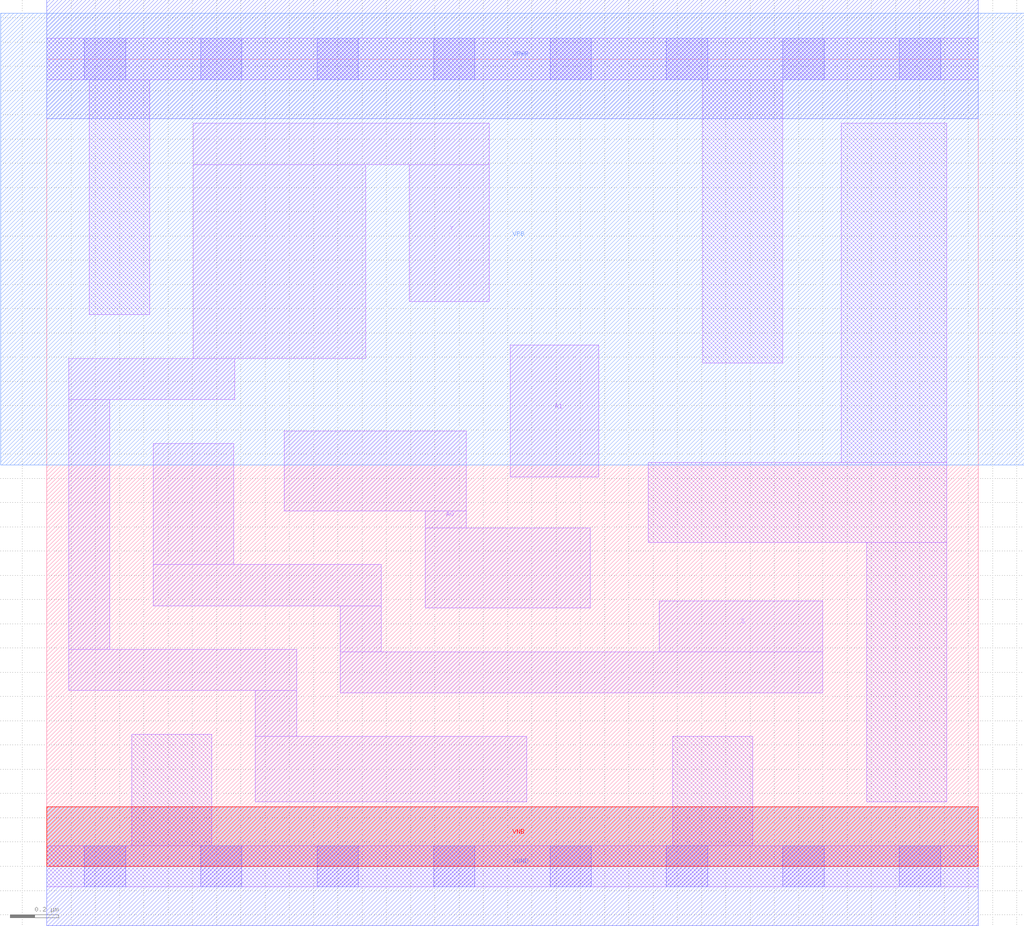
<source format=lef>
# Copyright 2020 The SkyWater PDK Authors
#
# Licensed under the Apache License, Version 2.0 (the "License");
# you may not use this file except in compliance with the License.
# You may obtain a copy of the License at
#
#     https://www.apache.org/licenses/LICENSE-2.0
#
# Unless required by applicable law or agreed to in writing, software
# distributed under the License is distributed on an "AS IS" BASIS,
# WITHOUT WARRANTIES OR CONDITIONS OF ANY KIND, either express or implied.
# See the License for the specific language governing permissions and
# limitations under the License.
#
# SPDX-License-Identifier: Apache-2.0

VERSION 5.7 ;
  NOWIREEXTENSIONATPIN ON ;
  DIVIDERCHAR "/" ;
  BUSBITCHARS "[]" ;
MACRO sky130_fd_sc_lp__mux2i_lp2
  CLASS CORE ;
  FOREIGN sky130_fd_sc_lp__mux2i_lp2 ;
  ORIGIN  0.000000  0.000000 ;
  SIZE  3.840000 BY  3.330000 ;
  SYMMETRY X Y R90 ;
  SITE unit ;
  PIN A0
    ANTENNAGATEAREA  0.313000 ;
    DIRECTION INPUT ;
    USE SIGNAL ;
    PORT
      LAYER li1 ;
        RECT 0.980000 1.465000 1.730000 1.795000 ;
        RECT 1.560000 1.065000 2.240000 1.395000 ;
        RECT 1.560000 1.395000 1.730000 1.465000 ;
    END
  END A0
  PIN A1
    ANTENNAGATEAREA  0.313000 ;
    DIRECTION INPUT ;
    USE SIGNAL ;
    PORT
      LAYER li1 ;
        RECT 1.910000 1.605000 2.275000 2.150000 ;
    END
  END A1
  PIN S
    ANTENNAGATEAREA  0.689000 ;
    DIRECTION INPUT ;
    USE SIGNAL ;
    PORT
      LAYER li1 ;
        RECT 0.440000 1.075000 1.380000 1.245000 ;
        RECT 0.440000 1.245000 0.770000 1.745000 ;
        RECT 1.210000 0.715000 3.200000 0.885000 ;
        RECT 1.210000 0.885000 1.380000 1.075000 ;
        RECT 2.525000 0.885000 3.200000 1.095000 ;
    END
  END S
  PIN Y
    ANTENNADIFFAREA  0.691800 ;
    DIRECTION OUTPUT ;
    USE SIGNAL ;
    PORT
      LAYER li1 ;
        RECT 0.090000 0.725000 1.030000 0.895000 ;
        RECT 0.090000 0.895000 0.260000 1.925000 ;
        RECT 0.090000 1.925000 0.775000 2.095000 ;
        RECT 0.605000 2.095000 1.315000 2.895000 ;
        RECT 0.605000 2.895000 1.825000 3.065000 ;
        RECT 0.860000 0.265000 1.980000 0.535000 ;
        RECT 0.860000 0.535000 1.030000 0.725000 ;
        RECT 1.495000 2.330000 1.825000 2.895000 ;
    END
  END Y
  PIN VGND
    DIRECTION INOUT ;
    USE GROUND ;
    PORT
      LAYER met1 ;
        RECT 0.000000 -0.245000 3.840000 0.245000 ;
    END
  END VGND
  PIN VNB
    DIRECTION INOUT ;
    USE GROUND ;
    PORT
      LAYER pwell ;
        RECT 0.000000 0.000000 3.840000 0.245000 ;
    END
  END VNB
  PIN VPB
    DIRECTION INOUT ;
    USE POWER ;
    PORT
      LAYER nwell ;
        RECT -0.190000 1.655000 4.030000 3.520000 ;
    END
  END VPB
  PIN VPWR
    DIRECTION INOUT ;
    USE POWER ;
    PORT
      LAYER met1 ;
        RECT 0.000000 3.085000 3.840000 3.575000 ;
    END
  END VPWR
  OBS
    LAYER li1 ;
      RECT 0.000000 -0.085000 3.840000 0.085000 ;
      RECT 0.000000  3.245000 3.840000 3.415000 ;
      RECT 0.175000  2.275000 0.425000 3.245000 ;
      RECT 0.350000  0.085000 0.680000 0.545000 ;
      RECT 2.480000  1.335000 3.710000 1.665000 ;
      RECT 2.580000  0.085000 2.910000 0.535000 ;
      RECT 2.705000  2.075000 3.035000 3.245000 ;
      RECT 3.275000  1.665000 3.710000 3.065000 ;
      RECT 3.380000  0.265000 3.710000 1.335000 ;
    LAYER mcon ;
      RECT 0.155000 -0.085000 0.325000 0.085000 ;
      RECT 0.155000  3.245000 0.325000 3.415000 ;
      RECT 0.635000 -0.085000 0.805000 0.085000 ;
      RECT 0.635000  3.245000 0.805000 3.415000 ;
      RECT 1.115000 -0.085000 1.285000 0.085000 ;
      RECT 1.115000  3.245000 1.285000 3.415000 ;
      RECT 1.595000 -0.085000 1.765000 0.085000 ;
      RECT 1.595000  3.245000 1.765000 3.415000 ;
      RECT 2.075000 -0.085000 2.245000 0.085000 ;
      RECT 2.075000  3.245000 2.245000 3.415000 ;
      RECT 2.555000 -0.085000 2.725000 0.085000 ;
      RECT 2.555000  3.245000 2.725000 3.415000 ;
      RECT 3.035000 -0.085000 3.205000 0.085000 ;
      RECT 3.035000  3.245000 3.205000 3.415000 ;
      RECT 3.515000 -0.085000 3.685000 0.085000 ;
      RECT 3.515000  3.245000 3.685000 3.415000 ;
  END
END sky130_fd_sc_lp__mux2i_lp2
END LIBRARY

</source>
